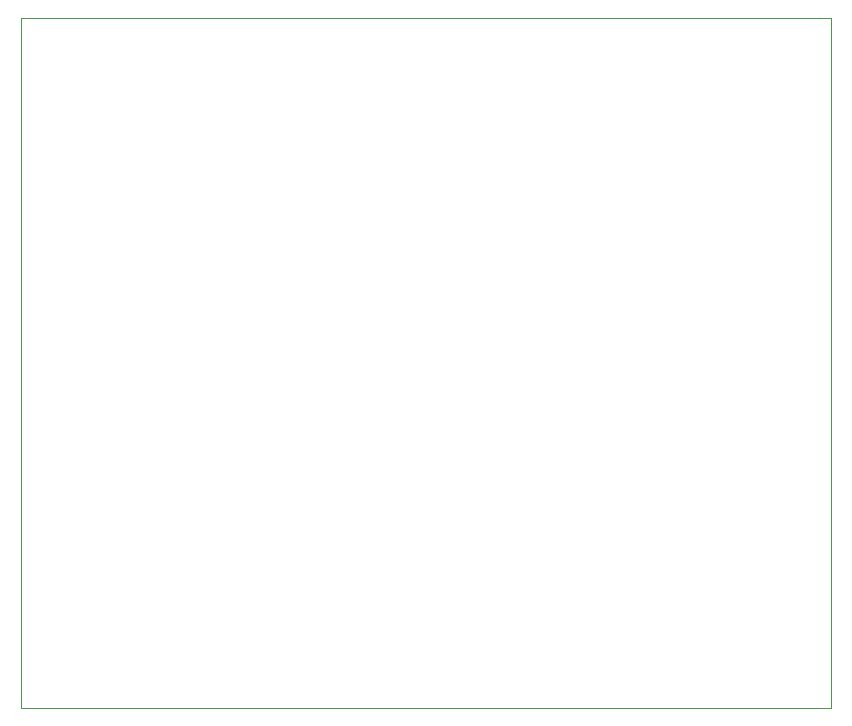
<source format=gbr>
%TF.GenerationSoftware,KiCad,Pcbnew,(6.0.0)*%
%TF.CreationDate,2022-02-18T15:42:34-07:00*%
%TF.ProjectId,SoilMoisture_Small,536f696c-4d6f-4697-9374-7572655f536d,0*%
%TF.SameCoordinates,Original*%
%TF.FileFunction,Profile,NP*%
%FSLAX46Y46*%
G04 Gerber Fmt 4.6, Leading zero omitted, Abs format (unit mm)*
G04 Created by KiCad (PCBNEW (6.0.0)) date 2022-02-18 15:42:34*
%MOMM*%
%LPD*%
G01*
G04 APERTURE LIST*
%TA.AperFunction,Profile*%
%ADD10C,0.100000*%
%TD*%
G04 APERTURE END LIST*
D10*
X84455000Y-71120000D02*
X153035000Y-71120000D01*
X153035000Y-71120000D02*
X153035000Y-129540000D01*
X153035000Y-129540000D02*
X84455000Y-129540000D01*
X84455000Y-129540000D02*
X84455000Y-71120000D01*
M02*

</source>
